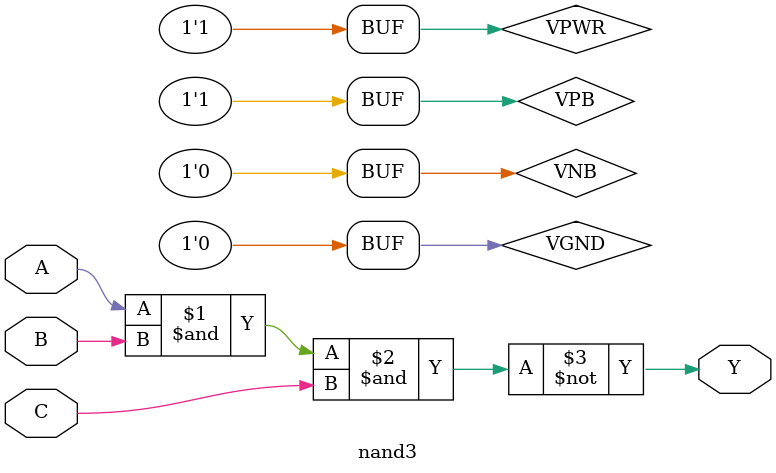
<source format=v>
module nand3 (
    Y,
    A,
    B,
    C
);

    output Y;
    input  A;
    input  B;
    input  C;

    // Voltage supply signals
    supply1 VPWR;
    supply0 VGND;
    supply1 VPB ;
    supply0 VNB ;

    assign Y = ~(A & B & C);

endmodule
</source>
